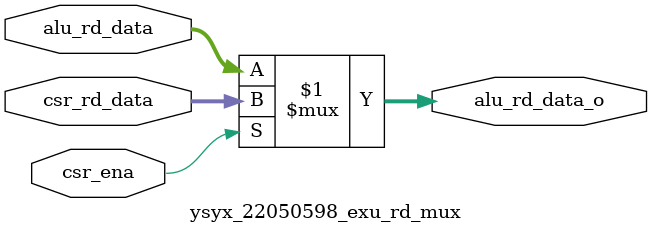
<source format=v>
module ysyx_22050598_exu_rd_mux (
    input [63:0]   csr_rd_data     ,
    input [63:0]   alu_rd_data     ,
    input          csr_ena         ,
    output [63:0]  alu_rd_data_o
);

    assign alu_rd_data_o = csr_ena ? csr_rd_data : alu_rd_data;
    
endmodule
</source>
